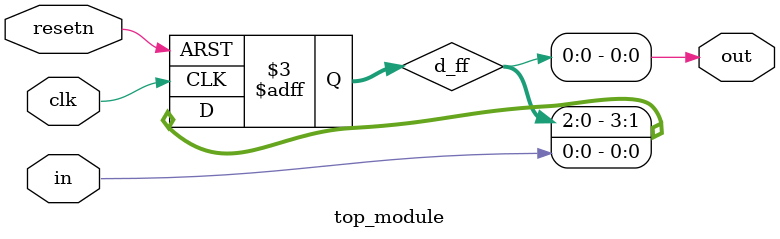
<source format=sv>
module top_module (
    input clk,
    input resetn,
    input in,
    output out
);

    reg [3:0] d_ff;
    
    always @(posedge clk or negedge resetn)
    begin
        if(!resetn)
            d_ff <= 4'b0000;
        else
            d_ff <= {d_ff[2:0], in};
    end

    assign out = d_ff[0];

endmodule

</source>
